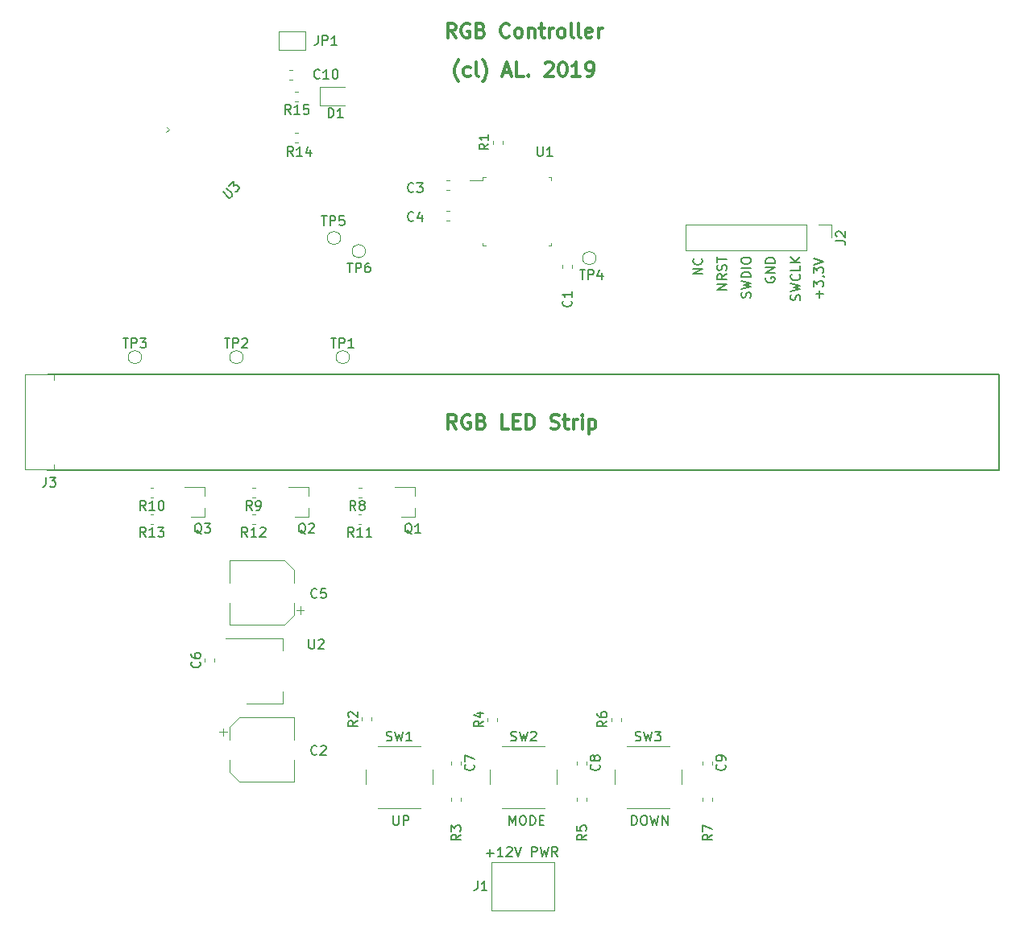
<source format=gbr>
G04 #@! TF.GenerationSoftware,KiCad,Pcbnew,(5.1.2-1)-1*
G04 #@! TF.CreationDate,2019-08-06T22:00:45+02:00*
G04 #@! TF.ProjectId,RGB-Controller#R,5247422d-436f-46e7-9472-6f6c6c657223,rev?*
G04 #@! TF.SameCoordinates,Original*
G04 #@! TF.FileFunction,Legend,Top*
G04 #@! TF.FilePolarity,Positive*
%FSLAX46Y46*%
G04 Gerber Fmt 4.6, Leading zero omitted, Abs format (unit mm)*
G04 Created by KiCad (PCBNEW (5.1.2-1)-1) date 2019-08-06 22:00:45*
%MOMM*%
%LPD*%
G04 APERTURE LIST*
%ADD10C,0.150000*%
%ADD11C,0.300000*%
%ADD12C,0.200000*%
%ADD13C,0.120000*%
%ADD14C,0.100000*%
G04 APERTURE END LIST*
D10*
X167076380Y-83970714D02*
X166076380Y-83970714D01*
X167076380Y-83399285D01*
X166076380Y-83399285D01*
X166981142Y-82351666D02*
X167028761Y-82399285D01*
X167076380Y-82542142D01*
X167076380Y-82637380D01*
X167028761Y-82780238D01*
X166933523Y-82875476D01*
X166838285Y-82923095D01*
X166647809Y-82970714D01*
X166504952Y-82970714D01*
X166314476Y-82923095D01*
X166219238Y-82875476D01*
X166124000Y-82780238D01*
X166076380Y-82637380D01*
X166076380Y-82542142D01*
X166124000Y-82399285D01*
X166171619Y-82351666D01*
D11*
X141157428Y-59098571D02*
X140657428Y-58384285D01*
X140300285Y-59098571D02*
X140300285Y-57598571D01*
X140871714Y-57598571D01*
X141014571Y-57670000D01*
X141086000Y-57741428D01*
X141157428Y-57884285D01*
X141157428Y-58098571D01*
X141086000Y-58241428D01*
X141014571Y-58312857D01*
X140871714Y-58384285D01*
X140300285Y-58384285D01*
X142586000Y-57670000D02*
X142443142Y-57598571D01*
X142228857Y-57598571D01*
X142014571Y-57670000D01*
X141871714Y-57812857D01*
X141800285Y-57955714D01*
X141728857Y-58241428D01*
X141728857Y-58455714D01*
X141800285Y-58741428D01*
X141871714Y-58884285D01*
X142014571Y-59027142D01*
X142228857Y-59098571D01*
X142371714Y-59098571D01*
X142586000Y-59027142D01*
X142657428Y-58955714D01*
X142657428Y-58455714D01*
X142371714Y-58455714D01*
X143800285Y-58312857D02*
X144014571Y-58384285D01*
X144086000Y-58455714D01*
X144157428Y-58598571D01*
X144157428Y-58812857D01*
X144086000Y-58955714D01*
X144014571Y-59027142D01*
X143871714Y-59098571D01*
X143300285Y-59098571D01*
X143300285Y-57598571D01*
X143800285Y-57598571D01*
X143943142Y-57670000D01*
X144014571Y-57741428D01*
X144086000Y-57884285D01*
X144086000Y-58027142D01*
X144014571Y-58170000D01*
X143943142Y-58241428D01*
X143800285Y-58312857D01*
X143300285Y-58312857D01*
X146800285Y-58955714D02*
X146728857Y-59027142D01*
X146514571Y-59098571D01*
X146371714Y-59098571D01*
X146157428Y-59027142D01*
X146014571Y-58884285D01*
X145943142Y-58741428D01*
X145871714Y-58455714D01*
X145871714Y-58241428D01*
X145943142Y-57955714D01*
X146014571Y-57812857D01*
X146157428Y-57670000D01*
X146371714Y-57598571D01*
X146514571Y-57598571D01*
X146728857Y-57670000D01*
X146800285Y-57741428D01*
X147657428Y-59098571D02*
X147514571Y-59027142D01*
X147443142Y-58955714D01*
X147371714Y-58812857D01*
X147371714Y-58384285D01*
X147443142Y-58241428D01*
X147514571Y-58170000D01*
X147657428Y-58098571D01*
X147871714Y-58098571D01*
X148014571Y-58170000D01*
X148086000Y-58241428D01*
X148157428Y-58384285D01*
X148157428Y-58812857D01*
X148086000Y-58955714D01*
X148014571Y-59027142D01*
X147871714Y-59098571D01*
X147657428Y-59098571D01*
X148800285Y-58098571D02*
X148800285Y-59098571D01*
X148800285Y-58241428D02*
X148871714Y-58170000D01*
X149014571Y-58098571D01*
X149228857Y-58098571D01*
X149371714Y-58170000D01*
X149443142Y-58312857D01*
X149443142Y-59098571D01*
X149943142Y-58098571D02*
X150514571Y-58098571D01*
X150157428Y-57598571D02*
X150157428Y-58884285D01*
X150228857Y-59027142D01*
X150371714Y-59098571D01*
X150514571Y-59098571D01*
X151014571Y-59098571D02*
X151014571Y-58098571D01*
X151014571Y-58384285D02*
X151086000Y-58241428D01*
X151157428Y-58170000D01*
X151300285Y-58098571D01*
X151443142Y-58098571D01*
X152157428Y-59098571D02*
X152014571Y-59027142D01*
X151943142Y-58955714D01*
X151871714Y-58812857D01*
X151871714Y-58384285D01*
X151943142Y-58241428D01*
X152014571Y-58170000D01*
X152157428Y-58098571D01*
X152371714Y-58098571D01*
X152514571Y-58170000D01*
X152586000Y-58241428D01*
X152657428Y-58384285D01*
X152657428Y-58812857D01*
X152586000Y-58955714D01*
X152514571Y-59027142D01*
X152371714Y-59098571D01*
X152157428Y-59098571D01*
X153514571Y-59098571D02*
X153371714Y-59027142D01*
X153300285Y-58884285D01*
X153300285Y-57598571D01*
X154300285Y-59098571D02*
X154157428Y-59027142D01*
X154086000Y-58884285D01*
X154086000Y-57598571D01*
X155443142Y-59027142D02*
X155300285Y-59098571D01*
X155014571Y-59098571D01*
X154871714Y-59027142D01*
X154800285Y-58884285D01*
X154800285Y-58312857D01*
X154871714Y-58170000D01*
X155014571Y-58098571D01*
X155300285Y-58098571D01*
X155443142Y-58170000D01*
X155514571Y-58312857D01*
X155514571Y-58455714D01*
X154800285Y-58598571D01*
X156157428Y-59098571D02*
X156157428Y-58098571D01*
X156157428Y-58384285D02*
X156228857Y-58241428D01*
X156300285Y-58170000D01*
X156443142Y-58098571D01*
X156586000Y-58098571D01*
D10*
X159663047Y-141930380D02*
X159663047Y-140930380D01*
X159901142Y-140930380D01*
X160044000Y-140978000D01*
X160139238Y-141073238D01*
X160186857Y-141168476D01*
X160234476Y-141358952D01*
X160234476Y-141501809D01*
X160186857Y-141692285D01*
X160139238Y-141787523D01*
X160044000Y-141882761D01*
X159901142Y-141930380D01*
X159663047Y-141930380D01*
X160853523Y-140930380D02*
X161044000Y-140930380D01*
X161139238Y-140978000D01*
X161234476Y-141073238D01*
X161282095Y-141263714D01*
X161282095Y-141597047D01*
X161234476Y-141787523D01*
X161139238Y-141882761D01*
X161044000Y-141930380D01*
X160853523Y-141930380D01*
X160758285Y-141882761D01*
X160663047Y-141787523D01*
X160615428Y-141597047D01*
X160615428Y-141263714D01*
X160663047Y-141073238D01*
X160758285Y-140978000D01*
X160853523Y-140930380D01*
X161615428Y-140930380D02*
X161853523Y-141930380D01*
X162044000Y-141216095D01*
X162234476Y-141930380D01*
X162472571Y-140930380D01*
X162853523Y-141930380D02*
X162853523Y-140930380D01*
X163424952Y-141930380D01*
X163424952Y-140930380D01*
X146780476Y-141930380D02*
X146780476Y-140930380D01*
X147113809Y-141644666D01*
X147447142Y-140930380D01*
X147447142Y-141930380D01*
X148113809Y-140930380D02*
X148304285Y-140930380D01*
X148399523Y-140978000D01*
X148494761Y-141073238D01*
X148542380Y-141263714D01*
X148542380Y-141597047D01*
X148494761Y-141787523D01*
X148399523Y-141882761D01*
X148304285Y-141930380D01*
X148113809Y-141930380D01*
X148018571Y-141882761D01*
X147923333Y-141787523D01*
X147875714Y-141597047D01*
X147875714Y-141263714D01*
X147923333Y-141073238D01*
X148018571Y-140978000D01*
X148113809Y-140930380D01*
X148970952Y-141930380D02*
X148970952Y-140930380D01*
X149209047Y-140930380D01*
X149351904Y-140978000D01*
X149447142Y-141073238D01*
X149494761Y-141168476D01*
X149542380Y-141358952D01*
X149542380Y-141501809D01*
X149494761Y-141692285D01*
X149447142Y-141787523D01*
X149351904Y-141882761D01*
X149209047Y-141930380D01*
X148970952Y-141930380D01*
X149970952Y-141406571D02*
X150304285Y-141406571D01*
X150447142Y-141930380D02*
X149970952Y-141930380D01*
X149970952Y-140930380D01*
X150447142Y-140930380D01*
X134596285Y-140930380D02*
X134596285Y-141739904D01*
X134643904Y-141835142D01*
X134691523Y-141882761D01*
X134786761Y-141930380D01*
X134977238Y-141930380D01*
X135072476Y-141882761D01*
X135120095Y-141835142D01*
X135167714Y-141739904D01*
X135167714Y-140930380D01*
X135643904Y-141930380D02*
X135643904Y-140930380D01*
X136024857Y-140930380D01*
X136120095Y-140978000D01*
X136167714Y-141025619D01*
X136215333Y-141120857D01*
X136215333Y-141263714D01*
X136167714Y-141358952D01*
X136120095Y-141406571D01*
X136024857Y-141454190D01*
X135643904Y-141454190D01*
X144367714Y-144851428D02*
X145129619Y-144851428D01*
X144748666Y-145232380D02*
X144748666Y-144470476D01*
X146129619Y-145232380D02*
X145558190Y-145232380D01*
X145843904Y-145232380D02*
X145843904Y-144232380D01*
X145748666Y-144375238D01*
X145653428Y-144470476D01*
X145558190Y-144518095D01*
X146510571Y-144327619D02*
X146558190Y-144280000D01*
X146653428Y-144232380D01*
X146891523Y-144232380D01*
X146986761Y-144280000D01*
X147034380Y-144327619D01*
X147082000Y-144422857D01*
X147082000Y-144518095D01*
X147034380Y-144660952D01*
X146462952Y-145232380D01*
X147082000Y-145232380D01*
X147367714Y-144232380D02*
X147701047Y-145232380D01*
X148034380Y-144232380D01*
X149129619Y-145232380D02*
X149129619Y-144232380D01*
X149510571Y-144232380D01*
X149605809Y-144280000D01*
X149653428Y-144327619D01*
X149701047Y-144422857D01*
X149701047Y-144565714D01*
X149653428Y-144660952D01*
X149605809Y-144708571D01*
X149510571Y-144756190D01*
X149129619Y-144756190D01*
X150034380Y-144232380D02*
X150272476Y-145232380D01*
X150462952Y-144518095D01*
X150653428Y-145232380D01*
X150891523Y-144232380D01*
X151843904Y-145232380D02*
X151510571Y-144756190D01*
X151272476Y-145232380D02*
X151272476Y-144232380D01*
X151653428Y-144232380D01*
X151748666Y-144280000D01*
X151796285Y-144327619D01*
X151843904Y-144422857D01*
X151843904Y-144565714D01*
X151796285Y-144660952D01*
X151748666Y-144708571D01*
X151653428Y-144756190D01*
X151272476Y-144756190D01*
D11*
X141224857Y-100246571D02*
X140724857Y-99532285D01*
X140367714Y-100246571D02*
X140367714Y-98746571D01*
X140939142Y-98746571D01*
X141082000Y-98818000D01*
X141153428Y-98889428D01*
X141224857Y-99032285D01*
X141224857Y-99246571D01*
X141153428Y-99389428D01*
X141082000Y-99460857D01*
X140939142Y-99532285D01*
X140367714Y-99532285D01*
X142653428Y-98818000D02*
X142510571Y-98746571D01*
X142296285Y-98746571D01*
X142082000Y-98818000D01*
X141939142Y-98960857D01*
X141867714Y-99103714D01*
X141796285Y-99389428D01*
X141796285Y-99603714D01*
X141867714Y-99889428D01*
X141939142Y-100032285D01*
X142082000Y-100175142D01*
X142296285Y-100246571D01*
X142439142Y-100246571D01*
X142653428Y-100175142D01*
X142724857Y-100103714D01*
X142724857Y-99603714D01*
X142439142Y-99603714D01*
X143867714Y-99460857D02*
X144082000Y-99532285D01*
X144153428Y-99603714D01*
X144224857Y-99746571D01*
X144224857Y-99960857D01*
X144153428Y-100103714D01*
X144082000Y-100175142D01*
X143939142Y-100246571D01*
X143367714Y-100246571D01*
X143367714Y-98746571D01*
X143867714Y-98746571D01*
X144010571Y-98818000D01*
X144082000Y-98889428D01*
X144153428Y-99032285D01*
X144153428Y-99175142D01*
X144082000Y-99318000D01*
X144010571Y-99389428D01*
X143867714Y-99460857D01*
X143367714Y-99460857D01*
X146724857Y-100246571D02*
X146010571Y-100246571D01*
X146010571Y-98746571D01*
X147224857Y-99460857D02*
X147724857Y-99460857D01*
X147939142Y-100246571D02*
X147224857Y-100246571D01*
X147224857Y-98746571D01*
X147939142Y-98746571D01*
X148582000Y-100246571D02*
X148582000Y-98746571D01*
X148939142Y-98746571D01*
X149153428Y-98818000D01*
X149296285Y-98960857D01*
X149367714Y-99103714D01*
X149439142Y-99389428D01*
X149439142Y-99603714D01*
X149367714Y-99889428D01*
X149296285Y-100032285D01*
X149153428Y-100175142D01*
X148939142Y-100246571D01*
X148582000Y-100246571D01*
X151153428Y-100175142D02*
X151367714Y-100246571D01*
X151724857Y-100246571D01*
X151867714Y-100175142D01*
X151939142Y-100103714D01*
X152010571Y-99960857D01*
X152010571Y-99818000D01*
X151939142Y-99675142D01*
X151867714Y-99603714D01*
X151724857Y-99532285D01*
X151439142Y-99460857D01*
X151296285Y-99389428D01*
X151224857Y-99318000D01*
X151153428Y-99175142D01*
X151153428Y-99032285D01*
X151224857Y-98889428D01*
X151296285Y-98818000D01*
X151439142Y-98746571D01*
X151796285Y-98746571D01*
X152010571Y-98818000D01*
X152439142Y-99246571D02*
X153010571Y-99246571D01*
X152653428Y-98746571D02*
X152653428Y-100032285D01*
X152724857Y-100175142D01*
X152867714Y-100246571D01*
X153010571Y-100246571D01*
X153510571Y-100246571D02*
X153510571Y-99246571D01*
X153510571Y-99532285D02*
X153582000Y-99389428D01*
X153653428Y-99318000D01*
X153796285Y-99246571D01*
X153939142Y-99246571D01*
X154439142Y-100246571D02*
X154439142Y-99246571D01*
X154439142Y-98746571D02*
X154367714Y-98818000D01*
X154439142Y-98889428D01*
X154510571Y-98818000D01*
X154439142Y-98746571D01*
X154439142Y-98889428D01*
X155153428Y-99246571D02*
X155153428Y-100746571D01*
X155153428Y-99318000D02*
X155296285Y-99246571D01*
X155582000Y-99246571D01*
X155724857Y-99318000D01*
X155796285Y-99389428D01*
X155867714Y-99532285D01*
X155867714Y-99960857D01*
X155796285Y-100103714D01*
X155724857Y-100175142D01*
X155582000Y-100246571D01*
X155296285Y-100246571D01*
X155153428Y-100175142D01*
D10*
X179395428Y-86455000D02*
X179395428Y-85693095D01*
X179776380Y-86074047D02*
X179014476Y-86074047D01*
X178776380Y-85312142D02*
X178776380Y-84693095D01*
X179157333Y-85026428D01*
X179157333Y-84883571D01*
X179204952Y-84788333D01*
X179252571Y-84740714D01*
X179347809Y-84693095D01*
X179585904Y-84693095D01*
X179681142Y-84740714D01*
X179728761Y-84788333D01*
X179776380Y-84883571D01*
X179776380Y-85169285D01*
X179728761Y-85264523D01*
X179681142Y-85312142D01*
X179728761Y-84216904D02*
X179776380Y-84216904D01*
X179871619Y-84264523D01*
X179919238Y-84312142D01*
X178776380Y-83883571D02*
X178776380Y-83264523D01*
X179157333Y-83597857D01*
X179157333Y-83455000D01*
X179204952Y-83359761D01*
X179252571Y-83312142D01*
X179347809Y-83264523D01*
X179585904Y-83264523D01*
X179681142Y-83312142D01*
X179728761Y-83359761D01*
X179776380Y-83455000D01*
X179776380Y-83740714D01*
X179728761Y-83835952D01*
X179681142Y-83883571D01*
X178776380Y-82978809D02*
X179776380Y-82645476D01*
X178776380Y-82312142D01*
X169616380Y-85589857D02*
X168616380Y-85589857D01*
X169616380Y-85018428D01*
X168616380Y-85018428D01*
X169616380Y-83970809D02*
X169140190Y-84304142D01*
X169616380Y-84542238D02*
X168616380Y-84542238D01*
X168616380Y-84161285D01*
X168664000Y-84066047D01*
X168711619Y-84018428D01*
X168806857Y-83970809D01*
X168949714Y-83970809D01*
X169044952Y-84018428D01*
X169092571Y-84066047D01*
X169140190Y-84161285D01*
X169140190Y-84542238D01*
X169568761Y-83589857D02*
X169616380Y-83447000D01*
X169616380Y-83208904D01*
X169568761Y-83113666D01*
X169521142Y-83066047D01*
X169425904Y-83018428D01*
X169330666Y-83018428D01*
X169235428Y-83066047D01*
X169187809Y-83113666D01*
X169140190Y-83208904D01*
X169092571Y-83399380D01*
X169044952Y-83494619D01*
X168997333Y-83542238D01*
X168902095Y-83589857D01*
X168806857Y-83589857D01*
X168711619Y-83542238D01*
X168664000Y-83494619D01*
X168616380Y-83399380D01*
X168616380Y-83161285D01*
X168664000Y-83018428D01*
X168616380Y-82732714D02*
X168616380Y-82161285D01*
X169616380Y-82447000D02*
X168616380Y-82447000D01*
X173744000Y-84327904D02*
X173696380Y-84423142D01*
X173696380Y-84566000D01*
X173744000Y-84708857D01*
X173839238Y-84804095D01*
X173934476Y-84851714D01*
X174124952Y-84899333D01*
X174267809Y-84899333D01*
X174458285Y-84851714D01*
X174553523Y-84804095D01*
X174648761Y-84708857D01*
X174696380Y-84566000D01*
X174696380Y-84470761D01*
X174648761Y-84327904D01*
X174601142Y-84280285D01*
X174267809Y-84280285D01*
X174267809Y-84470761D01*
X174696380Y-83851714D02*
X173696380Y-83851714D01*
X174696380Y-83280285D01*
X173696380Y-83280285D01*
X174696380Y-82804095D02*
X173696380Y-82804095D01*
X173696380Y-82566000D01*
X173744000Y-82423142D01*
X173839238Y-82327904D01*
X173934476Y-82280285D01*
X174124952Y-82232666D01*
X174267809Y-82232666D01*
X174458285Y-82280285D01*
X174553523Y-82327904D01*
X174648761Y-82423142D01*
X174696380Y-82566000D01*
X174696380Y-82804095D01*
X172108761Y-86447047D02*
X172156380Y-86304190D01*
X172156380Y-86066095D01*
X172108761Y-85970857D01*
X172061142Y-85923238D01*
X171965904Y-85875619D01*
X171870666Y-85875619D01*
X171775428Y-85923238D01*
X171727809Y-85970857D01*
X171680190Y-86066095D01*
X171632571Y-86256571D01*
X171584952Y-86351809D01*
X171537333Y-86399428D01*
X171442095Y-86447047D01*
X171346857Y-86447047D01*
X171251619Y-86399428D01*
X171204000Y-86351809D01*
X171156380Y-86256571D01*
X171156380Y-86018476D01*
X171204000Y-85875619D01*
X171156380Y-85542285D02*
X172156380Y-85304190D01*
X171442095Y-85113714D01*
X172156380Y-84923238D01*
X171156380Y-84685142D01*
X172156380Y-84304190D02*
X171156380Y-84304190D01*
X171156380Y-84066095D01*
X171204000Y-83923238D01*
X171299238Y-83828000D01*
X171394476Y-83780380D01*
X171584952Y-83732761D01*
X171727809Y-83732761D01*
X171918285Y-83780380D01*
X172013523Y-83828000D01*
X172108761Y-83923238D01*
X172156380Y-84066095D01*
X172156380Y-84304190D01*
X172156380Y-83304190D02*
X171156380Y-83304190D01*
X171156380Y-82637523D02*
X171156380Y-82447047D01*
X171204000Y-82351809D01*
X171299238Y-82256571D01*
X171489714Y-82208952D01*
X171823047Y-82208952D01*
X172013523Y-82256571D01*
X172108761Y-82351809D01*
X172156380Y-82447047D01*
X172156380Y-82637523D01*
X172108761Y-82732761D01*
X172013523Y-82828000D01*
X171823047Y-82875619D01*
X171489714Y-82875619D01*
X171299238Y-82828000D01*
X171204000Y-82732761D01*
X171156380Y-82637523D01*
X177315761Y-86716904D02*
X177363380Y-86574047D01*
X177363380Y-86335952D01*
X177315761Y-86240714D01*
X177268142Y-86193095D01*
X177172904Y-86145476D01*
X177077666Y-86145476D01*
X176982428Y-86193095D01*
X176934809Y-86240714D01*
X176887190Y-86335952D01*
X176839571Y-86526428D01*
X176791952Y-86621666D01*
X176744333Y-86669285D01*
X176649095Y-86716904D01*
X176553857Y-86716904D01*
X176458619Y-86669285D01*
X176411000Y-86621666D01*
X176363380Y-86526428D01*
X176363380Y-86288333D01*
X176411000Y-86145476D01*
X176363380Y-85812142D02*
X177363380Y-85574047D01*
X176649095Y-85383571D01*
X177363380Y-85193095D01*
X176363380Y-84955000D01*
X177268142Y-84002619D02*
X177315761Y-84050238D01*
X177363380Y-84193095D01*
X177363380Y-84288333D01*
X177315761Y-84431190D01*
X177220523Y-84526428D01*
X177125285Y-84574047D01*
X176934809Y-84621666D01*
X176791952Y-84621666D01*
X176601476Y-84574047D01*
X176506238Y-84526428D01*
X176411000Y-84431190D01*
X176363380Y-84288333D01*
X176363380Y-84193095D01*
X176411000Y-84050238D01*
X176458619Y-84002619D01*
X177363380Y-83097857D02*
X177363380Y-83574047D01*
X176363380Y-83574047D01*
X177363380Y-82764523D02*
X176363380Y-82764523D01*
X177363380Y-82193095D02*
X176791952Y-82621666D01*
X176363380Y-82193095D02*
X176934809Y-82764523D01*
D11*
X141478857Y-63734000D02*
X141407428Y-63662571D01*
X141264571Y-63448285D01*
X141193142Y-63305428D01*
X141121714Y-63091142D01*
X141050285Y-62734000D01*
X141050285Y-62448285D01*
X141121714Y-62091142D01*
X141193142Y-61876857D01*
X141264571Y-61734000D01*
X141407428Y-61519714D01*
X141478857Y-61448285D01*
X142693142Y-63091142D02*
X142550285Y-63162571D01*
X142264571Y-63162571D01*
X142121714Y-63091142D01*
X142050285Y-63019714D01*
X141978857Y-62876857D01*
X141978857Y-62448285D01*
X142050285Y-62305428D01*
X142121714Y-62234000D01*
X142264571Y-62162571D01*
X142550285Y-62162571D01*
X142693142Y-62234000D01*
X143550285Y-63162571D02*
X143407428Y-63091142D01*
X143336000Y-62948285D01*
X143336000Y-61662571D01*
X143978857Y-63734000D02*
X144050285Y-63662571D01*
X144193142Y-63448285D01*
X144264571Y-63305428D01*
X144336000Y-63091142D01*
X144407428Y-62734000D01*
X144407428Y-62448285D01*
X144336000Y-62091142D01*
X144264571Y-61876857D01*
X144193142Y-61734000D01*
X144050285Y-61519714D01*
X143978857Y-61448285D01*
X146193142Y-62734000D02*
X146907428Y-62734000D01*
X146050285Y-63162571D02*
X146550285Y-61662571D01*
X147050285Y-63162571D01*
X148264571Y-63162571D02*
X147550285Y-63162571D01*
X147550285Y-61662571D01*
X148764571Y-63019714D02*
X148836000Y-63091142D01*
X148764571Y-63162571D01*
X148693142Y-63091142D01*
X148764571Y-63019714D01*
X148764571Y-63162571D01*
X150550285Y-61805428D02*
X150621714Y-61734000D01*
X150764571Y-61662571D01*
X151121714Y-61662571D01*
X151264571Y-61734000D01*
X151336000Y-61805428D01*
X151407428Y-61948285D01*
X151407428Y-62091142D01*
X151336000Y-62305428D01*
X150478857Y-63162571D01*
X151407428Y-63162571D01*
X152336000Y-61662571D02*
X152478857Y-61662571D01*
X152621714Y-61734000D01*
X152693142Y-61805428D01*
X152764571Y-61948285D01*
X152836000Y-62234000D01*
X152836000Y-62591142D01*
X152764571Y-62876857D01*
X152693142Y-63019714D01*
X152621714Y-63091142D01*
X152478857Y-63162571D01*
X152336000Y-63162571D01*
X152193142Y-63091142D01*
X152121714Y-63019714D01*
X152050285Y-62876857D01*
X151978857Y-62591142D01*
X151978857Y-62234000D01*
X152050285Y-61948285D01*
X152121714Y-61805428D01*
X152193142Y-61734000D01*
X152336000Y-61662571D01*
X154264571Y-63162571D02*
X153407428Y-63162571D01*
X153836000Y-63162571D02*
X153836000Y-61662571D01*
X153693142Y-61876857D01*
X153550285Y-62019714D01*
X153407428Y-62091142D01*
X154978857Y-63162571D02*
X155264571Y-63162571D01*
X155407428Y-63091142D01*
X155478857Y-63019714D01*
X155621714Y-62805428D01*
X155693142Y-62519714D01*
X155693142Y-61948285D01*
X155621714Y-61805428D01*
X155550285Y-61734000D01*
X155407428Y-61662571D01*
X155121714Y-61662571D01*
X154978857Y-61734000D01*
X154907428Y-61805428D01*
X154836000Y-61948285D01*
X154836000Y-62305428D01*
X154907428Y-62448285D01*
X154978857Y-62519714D01*
X155121714Y-62591142D01*
X155407428Y-62591142D01*
X155550285Y-62519714D01*
X155621714Y-62448285D01*
X155693142Y-62305428D01*
D12*
X198260000Y-94550000D02*
X198260000Y-104550000D01*
X98260000Y-94550000D02*
X198260000Y-94550000D01*
X198260000Y-104550000D02*
X98260000Y-104550000D01*
D13*
X180654000Y-78807000D02*
X180654000Y-80137000D01*
X179324000Y-78807000D02*
X180654000Y-78807000D01*
X178054000Y-78807000D02*
X178054000Y-81467000D01*
X178054000Y-81467000D02*
X165294000Y-81467000D01*
X178054000Y-78807000D02*
X165294000Y-78807000D01*
X165294000Y-78807000D02*
X165294000Y-81467000D01*
X131662400Y-81559400D02*
G75*
G03X131662400Y-81559400I-700000J0D01*
G01*
X129071600Y-80175100D02*
G75*
G03X129071600Y-80175100I-700000J0D01*
G01*
X124597279Y-64768000D02*
X124271721Y-64768000D01*
X124597279Y-65788000D02*
X124271721Y-65788000D01*
X124271721Y-70106000D02*
X124597279Y-70106000D01*
X124271721Y-69086000D02*
X124597279Y-69086000D01*
X109382779Y-109218000D02*
X109057221Y-109218000D01*
X109382779Y-110238000D02*
X109057221Y-110238000D01*
X120076279Y-109218000D02*
X119750721Y-109218000D01*
X120076279Y-110238000D02*
X119750721Y-110238000D01*
X131226779Y-109218000D02*
X130901221Y-109218000D01*
X131226779Y-110238000D02*
X130901221Y-110238000D01*
X109382779Y-106424000D02*
X109057221Y-106424000D01*
X109382779Y-107444000D02*
X109057221Y-107444000D01*
X120076279Y-106424000D02*
X119750721Y-106424000D01*
X120076279Y-107444000D02*
X119750721Y-107444000D01*
X131252279Y-106424000D02*
X130926721Y-106424000D01*
X131252279Y-107444000D02*
X130926721Y-107444000D01*
X168150000Y-139354779D02*
X168150000Y-139029221D01*
X167130000Y-139354779D02*
X167130000Y-139029221D01*
X158523500Y-130972779D02*
X158523500Y-130647221D01*
X157503500Y-130972779D02*
X157503500Y-130647221D01*
X154942000Y-139354779D02*
X154942000Y-139029221D01*
X153922000Y-139354779D02*
X153922000Y-139029221D01*
X145544000Y-130972779D02*
X145544000Y-130647221D01*
X144524000Y-130972779D02*
X144524000Y-130647221D01*
X141734000Y-139354779D02*
X141734000Y-139029221D01*
X140714000Y-139354779D02*
X140714000Y-139029221D01*
X132336000Y-130947279D02*
X132336000Y-130621721D01*
X131316000Y-130947279D02*
X131316000Y-130621721D01*
X146100000Y-70266779D02*
X146100000Y-69941221D01*
X145080000Y-70266779D02*
X145080000Y-69941221D01*
X152398000Y-83027733D02*
X152398000Y-83370267D01*
X153418000Y-83027733D02*
X153418000Y-83370267D01*
X116727250Y-131743750D02*
X116727250Y-132531250D01*
X116333500Y-132137500D02*
X117121000Y-132137500D01*
X117361000Y-136330563D02*
X118425437Y-137395000D01*
X117361000Y-131639437D02*
X118425437Y-130575000D01*
X117361000Y-131639437D02*
X117361000Y-132925000D01*
X117361000Y-136330563D02*
X117361000Y-135045000D01*
X118425437Y-137395000D02*
X124181000Y-137395000D01*
X118425437Y-130575000D02*
X124181000Y-130575000D01*
X124181000Y-130575000D02*
X124181000Y-132925000D01*
X124181000Y-137395000D02*
X124181000Y-135045000D01*
X140492267Y-75110000D02*
X140149733Y-75110000D01*
X140492267Y-74090000D02*
X140149733Y-74090000D01*
X140492267Y-77290000D02*
X140149733Y-77290000D01*
X140492267Y-78310000D02*
X140149733Y-78310000D01*
X117361000Y-114065000D02*
X117361000Y-116415000D01*
X117361000Y-120885000D02*
X117361000Y-118535000D01*
X123116563Y-120885000D02*
X117361000Y-120885000D01*
X123116563Y-114065000D02*
X117361000Y-114065000D01*
X124181000Y-115129437D02*
X124181000Y-116415000D01*
X124181000Y-119820563D02*
X124181000Y-118535000D01*
X124181000Y-119820563D02*
X123116563Y-120885000D01*
X124181000Y-115129437D02*
X123116563Y-114065000D01*
X125208500Y-119322500D02*
X124421000Y-119322500D01*
X124814750Y-119716250D02*
X124814750Y-118928750D01*
X114806000Y-124758267D02*
X114806000Y-124415733D01*
X115826000Y-124758267D02*
X115826000Y-124415733D01*
X140714000Y-135210733D02*
X140714000Y-135553267D01*
X141734000Y-135210733D02*
X141734000Y-135553267D01*
X154942000Y-135210733D02*
X154942000Y-135553267D01*
X153922000Y-135210733D02*
X153922000Y-135553267D01*
X167130000Y-135210733D02*
X167130000Y-135553267D01*
X168150000Y-135210733D02*
X168150000Y-135553267D01*
X123982267Y-63502000D02*
X123639733Y-63502000D01*
X123982267Y-62482000D02*
X123639733Y-62482000D01*
X126839000Y-66238000D02*
X129524000Y-66238000D01*
X126839000Y-64318000D02*
X126839000Y-66238000D01*
X129524000Y-64318000D02*
X126839000Y-64318000D01*
X151511000Y-145796000D02*
X151511000Y-148336000D01*
X144907000Y-145796000D02*
X151511000Y-145796000D01*
X144907000Y-150876000D02*
X144907000Y-145796000D01*
X151511000Y-150876000D02*
X144907000Y-150876000D01*
X151511000Y-148336000D02*
X151511000Y-150876000D01*
X98979000Y-104544600D02*
X98979000Y-103994600D01*
X98979000Y-94544600D02*
X98979000Y-95094600D01*
X95889000Y-104544600D02*
X102239000Y-104544600D01*
X95889000Y-94544600D02*
X95889000Y-104544600D01*
X102239000Y-94544600D02*
X95889000Y-94544600D01*
X122552000Y-58436000D02*
X125352000Y-58436000D01*
X125352000Y-58436000D02*
X125352000Y-60436000D01*
X125352000Y-60436000D02*
X122552000Y-60436000D01*
X122552000Y-60436000D02*
X122552000Y-58436000D01*
X136888000Y-109530000D02*
X135428000Y-109530000D01*
X136888000Y-106370000D02*
X134728000Y-106370000D01*
X136888000Y-106370000D02*
X136888000Y-107300000D01*
X136888000Y-109530000D02*
X136888000Y-108600000D01*
X125712000Y-109530000D02*
X125712000Y-108600000D01*
X125712000Y-106370000D02*
X125712000Y-107300000D01*
X125712000Y-106370000D02*
X123552000Y-106370000D01*
X125712000Y-109530000D02*
X124252000Y-109530000D01*
X114790000Y-109530000D02*
X113330000Y-109530000D01*
X114790000Y-106370000D02*
X112630000Y-106370000D01*
X114790000Y-106370000D02*
X114790000Y-107300000D01*
X114790000Y-109530000D02*
X114790000Y-108600000D01*
X138707000Y-137620000D02*
X138707000Y-136120000D01*
X137457000Y-133620000D02*
X132957000Y-133620000D01*
X131707000Y-136120000D02*
X131707000Y-137620000D01*
X132957000Y-140120000D02*
X137457000Y-140120000D01*
X146034000Y-140120000D02*
X150534000Y-140120000D01*
X144784000Y-136120000D02*
X144784000Y-137620000D01*
X150534000Y-133620000D02*
X146034000Y-133620000D01*
X151784000Y-137620000D02*
X151784000Y-136120000D01*
X164865000Y-137620000D02*
X164865000Y-136120000D01*
X163615000Y-133620000D02*
X159115000Y-133620000D01*
X157865000Y-136120000D02*
X157865000Y-137620000D01*
X159115000Y-140120000D02*
X163615000Y-140120000D01*
X129986000Y-92710000D02*
G75*
G03X129986000Y-92710000I-700000J0D01*
G01*
X118810000Y-92710000D02*
G75*
G03X118810000Y-92710000I-700000J0D01*
G01*
X108142000Y-92710000D02*
G75*
G03X108142000Y-92710000I-700000J0D01*
G01*
X155894000Y-82296000D02*
G75*
G03X155894000Y-82296000I-700000J0D01*
G01*
X143980000Y-74090000D02*
X142665000Y-74090000D01*
X143980000Y-73790000D02*
X143980000Y-74090000D01*
X144280000Y-73790000D02*
X143980000Y-73790000D01*
X151200000Y-73790000D02*
X151200000Y-74090000D01*
X150900000Y-73790000D02*
X151200000Y-73790000D01*
X143980000Y-81010000D02*
X143980000Y-80710000D01*
X144280000Y-81010000D02*
X143980000Y-81010000D01*
X151200000Y-81010000D02*
X151200000Y-80710000D01*
X150900000Y-81010000D02*
X151200000Y-81010000D01*
X116956000Y-122320000D02*
X122966000Y-122320000D01*
X119206000Y-129140000D02*
X122966000Y-129140000D01*
X122966000Y-122320000D02*
X122966000Y-123580000D01*
X122966000Y-129140000D02*
X122966000Y-127880000D01*
D14*
X111003577Y-68749796D02*
X110791445Y-68537664D01*
X110720735Y-69032639D02*
X111003577Y-68749796D01*
D10*
X181106380Y-80470333D02*
X181820666Y-80470333D01*
X181963523Y-80517952D01*
X182058761Y-80613190D01*
X182106380Y-80756047D01*
X182106380Y-80851285D01*
X181201619Y-80041761D02*
X181154000Y-79994142D01*
X181106380Y-79898904D01*
X181106380Y-79660809D01*
X181154000Y-79565571D01*
X181201619Y-79517952D01*
X181296857Y-79470333D01*
X181392095Y-79470333D01*
X181534952Y-79517952D01*
X182106380Y-80089380D01*
X182106380Y-79470333D01*
X129751295Y-82789780D02*
X130322723Y-82789780D01*
X130037009Y-83789780D02*
X130037009Y-82789780D01*
X130656057Y-83789780D02*
X130656057Y-82789780D01*
X131037009Y-82789780D01*
X131132247Y-82837400D01*
X131179866Y-82885019D01*
X131227485Y-82980257D01*
X131227485Y-83123114D01*
X131179866Y-83218352D01*
X131132247Y-83265971D01*
X131037009Y-83313590D01*
X130656057Y-83313590D01*
X132084628Y-82789780D02*
X131894152Y-82789780D01*
X131798914Y-82837400D01*
X131751295Y-82885019D01*
X131656057Y-83027876D01*
X131608438Y-83218352D01*
X131608438Y-83599304D01*
X131656057Y-83694542D01*
X131703676Y-83742161D01*
X131798914Y-83789780D01*
X131989390Y-83789780D01*
X132084628Y-83742161D01*
X132132247Y-83694542D01*
X132179866Y-83599304D01*
X132179866Y-83361209D01*
X132132247Y-83265971D01*
X132084628Y-83218352D01*
X131989390Y-83170733D01*
X131798914Y-83170733D01*
X131703676Y-83218352D01*
X131656057Y-83265971D01*
X131608438Y-83361209D01*
X127046195Y-77849480D02*
X127617623Y-77849480D01*
X127331909Y-78849480D02*
X127331909Y-77849480D01*
X127950957Y-78849480D02*
X127950957Y-77849480D01*
X128331909Y-77849480D01*
X128427147Y-77897100D01*
X128474766Y-77944719D01*
X128522385Y-78039957D01*
X128522385Y-78182814D01*
X128474766Y-78278052D01*
X128427147Y-78325671D01*
X128331909Y-78373290D01*
X127950957Y-78373290D01*
X129427147Y-77849480D02*
X128950957Y-77849480D01*
X128903338Y-78325671D01*
X128950957Y-78278052D01*
X129046195Y-78230433D01*
X129284290Y-78230433D01*
X129379528Y-78278052D01*
X129427147Y-78325671D01*
X129474766Y-78420909D01*
X129474766Y-78659004D01*
X129427147Y-78754242D01*
X129379528Y-78801861D01*
X129284290Y-78849480D01*
X129046195Y-78849480D01*
X128950957Y-78801861D01*
X128903338Y-78754242D01*
X123817142Y-67160380D02*
X123483809Y-66684190D01*
X123245714Y-67160380D02*
X123245714Y-66160380D01*
X123626666Y-66160380D01*
X123721904Y-66208000D01*
X123769523Y-66255619D01*
X123817142Y-66350857D01*
X123817142Y-66493714D01*
X123769523Y-66588952D01*
X123721904Y-66636571D01*
X123626666Y-66684190D01*
X123245714Y-66684190D01*
X124769523Y-67160380D02*
X124198095Y-67160380D01*
X124483809Y-67160380D02*
X124483809Y-66160380D01*
X124388571Y-66303238D01*
X124293333Y-66398476D01*
X124198095Y-66446095D01*
X125674285Y-66160380D02*
X125198095Y-66160380D01*
X125150476Y-66636571D01*
X125198095Y-66588952D01*
X125293333Y-66541333D01*
X125531428Y-66541333D01*
X125626666Y-66588952D01*
X125674285Y-66636571D01*
X125721904Y-66731809D01*
X125721904Y-66969904D01*
X125674285Y-67065142D01*
X125626666Y-67112761D01*
X125531428Y-67160380D01*
X125293333Y-67160380D01*
X125198095Y-67112761D01*
X125150476Y-67065142D01*
X124071142Y-71572380D02*
X123737809Y-71096190D01*
X123499714Y-71572380D02*
X123499714Y-70572380D01*
X123880666Y-70572380D01*
X123975904Y-70620000D01*
X124023523Y-70667619D01*
X124071142Y-70762857D01*
X124071142Y-70905714D01*
X124023523Y-71000952D01*
X123975904Y-71048571D01*
X123880666Y-71096190D01*
X123499714Y-71096190D01*
X125023523Y-71572380D02*
X124452095Y-71572380D01*
X124737809Y-71572380D02*
X124737809Y-70572380D01*
X124642571Y-70715238D01*
X124547333Y-70810476D01*
X124452095Y-70858095D01*
X125880666Y-70905714D02*
X125880666Y-71572380D01*
X125642571Y-70524761D02*
X125404476Y-71239047D01*
X126023523Y-71239047D01*
X108577142Y-111610380D02*
X108243809Y-111134190D01*
X108005714Y-111610380D02*
X108005714Y-110610380D01*
X108386666Y-110610380D01*
X108481904Y-110658000D01*
X108529523Y-110705619D01*
X108577142Y-110800857D01*
X108577142Y-110943714D01*
X108529523Y-111038952D01*
X108481904Y-111086571D01*
X108386666Y-111134190D01*
X108005714Y-111134190D01*
X109529523Y-111610380D02*
X108958095Y-111610380D01*
X109243809Y-111610380D02*
X109243809Y-110610380D01*
X109148571Y-110753238D01*
X109053333Y-110848476D01*
X108958095Y-110896095D01*
X109862857Y-110610380D02*
X110481904Y-110610380D01*
X110148571Y-110991333D01*
X110291428Y-110991333D01*
X110386666Y-111038952D01*
X110434285Y-111086571D01*
X110481904Y-111181809D01*
X110481904Y-111419904D01*
X110434285Y-111515142D01*
X110386666Y-111562761D01*
X110291428Y-111610380D01*
X110005714Y-111610380D01*
X109910476Y-111562761D01*
X109862857Y-111515142D01*
X119270642Y-111610380D02*
X118937309Y-111134190D01*
X118699214Y-111610380D02*
X118699214Y-110610380D01*
X119080166Y-110610380D01*
X119175404Y-110658000D01*
X119223023Y-110705619D01*
X119270642Y-110800857D01*
X119270642Y-110943714D01*
X119223023Y-111038952D01*
X119175404Y-111086571D01*
X119080166Y-111134190D01*
X118699214Y-111134190D01*
X120223023Y-111610380D02*
X119651595Y-111610380D01*
X119937309Y-111610380D02*
X119937309Y-110610380D01*
X119842071Y-110753238D01*
X119746833Y-110848476D01*
X119651595Y-110896095D01*
X120603976Y-110705619D02*
X120651595Y-110658000D01*
X120746833Y-110610380D01*
X120984928Y-110610380D01*
X121080166Y-110658000D01*
X121127785Y-110705619D01*
X121175404Y-110800857D01*
X121175404Y-110896095D01*
X121127785Y-111038952D01*
X120556357Y-111610380D01*
X121175404Y-111610380D01*
X130421142Y-111610380D02*
X130087809Y-111134190D01*
X129849714Y-111610380D02*
X129849714Y-110610380D01*
X130230666Y-110610380D01*
X130325904Y-110658000D01*
X130373523Y-110705619D01*
X130421142Y-110800857D01*
X130421142Y-110943714D01*
X130373523Y-111038952D01*
X130325904Y-111086571D01*
X130230666Y-111134190D01*
X129849714Y-111134190D01*
X131373523Y-111610380D02*
X130802095Y-111610380D01*
X131087809Y-111610380D02*
X131087809Y-110610380D01*
X130992571Y-110753238D01*
X130897333Y-110848476D01*
X130802095Y-110896095D01*
X132325904Y-111610380D02*
X131754476Y-111610380D01*
X132040190Y-111610380D02*
X132040190Y-110610380D01*
X131944952Y-110753238D01*
X131849714Y-110848476D01*
X131754476Y-110896095D01*
X108577142Y-108816380D02*
X108243809Y-108340190D01*
X108005714Y-108816380D02*
X108005714Y-107816380D01*
X108386666Y-107816380D01*
X108481904Y-107864000D01*
X108529523Y-107911619D01*
X108577142Y-108006857D01*
X108577142Y-108149714D01*
X108529523Y-108244952D01*
X108481904Y-108292571D01*
X108386666Y-108340190D01*
X108005714Y-108340190D01*
X109529523Y-108816380D02*
X108958095Y-108816380D01*
X109243809Y-108816380D02*
X109243809Y-107816380D01*
X109148571Y-107959238D01*
X109053333Y-108054476D01*
X108958095Y-108102095D01*
X110148571Y-107816380D02*
X110243809Y-107816380D01*
X110339047Y-107864000D01*
X110386666Y-107911619D01*
X110434285Y-108006857D01*
X110481904Y-108197333D01*
X110481904Y-108435428D01*
X110434285Y-108625904D01*
X110386666Y-108721142D01*
X110339047Y-108768761D01*
X110243809Y-108816380D01*
X110148571Y-108816380D01*
X110053333Y-108768761D01*
X110005714Y-108721142D01*
X109958095Y-108625904D01*
X109910476Y-108435428D01*
X109910476Y-108197333D01*
X109958095Y-108006857D01*
X110005714Y-107911619D01*
X110053333Y-107864000D01*
X110148571Y-107816380D01*
X119746833Y-108816380D02*
X119413500Y-108340190D01*
X119175404Y-108816380D02*
X119175404Y-107816380D01*
X119556357Y-107816380D01*
X119651595Y-107864000D01*
X119699214Y-107911619D01*
X119746833Y-108006857D01*
X119746833Y-108149714D01*
X119699214Y-108244952D01*
X119651595Y-108292571D01*
X119556357Y-108340190D01*
X119175404Y-108340190D01*
X120223023Y-108816380D02*
X120413500Y-108816380D01*
X120508738Y-108768761D01*
X120556357Y-108721142D01*
X120651595Y-108578285D01*
X120699214Y-108387809D01*
X120699214Y-108006857D01*
X120651595Y-107911619D01*
X120603976Y-107864000D01*
X120508738Y-107816380D01*
X120318261Y-107816380D01*
X120223023Y-107864000D01*
X120175404Y-107911619D01*
X120127785Y-108006857D01*
X120127785Y-108244952D01*
X120175404Y-108340190D01*
X120223023Y-108387809D01*
X120318261Y-108435428D01*
X120508738Y-108435428D01*
X120603976Y-108387809D01*
X120651595Y-108340190D01*
X120699214Y-108244952D01*
X130643333Y-108816380D02*
X130310000Y-108340190D01*
X130071904Y-108816380D02*
X130071904Y-107816380D01*
X130452857Y-107816380D01*
X130548095Y-107864000D01*
X130595714Y-107911619D01*
X130643333Y-108006857D01*
X130643333Y-108149714D01*
X130595714Y-108244952D01*
X130548095Y-108292571D01*
X130452857Y-108340190D01*
X130071904Y-108340190D01*
X131214761Y-108244952D02*
X131119523Y-108197333D01*
X131071904Y-108149714D01*
X131024285Y-108054476D01*
X131024285Y-108006857D01*
X131071904Y-107911619D01*
X131119523Y-107864000D01*
X131214761Y-107816380D01*
X131405238Y-107816380D01*
X131500476Y-107864000D01*
X131548095Y-107911619D01*
X131595714Y-108006857D01*
X131595714Y-108054476D01*
X131548095Y-108149714D01*
X131500476Y-108197333D01*
X131405238Y-108244952D01*
X131214761Y-108244952D01*
X131119523Y-108292571D01*
X131071904Y-108340190D01*
X131024285Y-108435428D01*
X131024285Y-108625904D01*
X131071904Y-108721142D01*
X131119523Y-108768761D01*
X131214761Y-108816380D01*
X131405238Y-108816380D01*
X131500476Y-108768761D01*
X131548095Y-108721142D01*
X131595714Y-108625904D01*
X131595714Y-108435428D01*
X131548095Y-108340190D01*
X131500476Y-108292571D01*
X131405238Y-108244952D01*
X168092380Y-142914666D02*
X167616190Y-143248000D01*
X168092380Y-143486095D02*
X167092380Y-143486095D01*
X167092380Y-143105142D01*
X167140000Y-143009904D01*
X167187619Y-142962285D01*
X167282857Y-142914666D01*
X167425714Y-142914666D01*
X167520952Y-142962285D01*
X167568571Y-143009904D01*
X167616190Y-143105142D01*
X167616190Y-143486095D01*
X167092380Y-142581333D02*
X167092380Y-141914666D01*
X168092380Y-142343238D01*
X157035880Y-130976666D02*
X156559690Y-131310000D01*
X157035880Y-131548095D02*
X156035880Y-131548095D01*
X156035880Y-131167142D01*
X156083500Y-131071904D01*
X156131119Y-131024285D01*
X156226357Y-130976666D01*
X156369214Y-130976666D01*
X156464452Y-131024285D01*
X156512071Y-131071904D01*
X156559690Y-131167142D01*
X156559690Y-131548095D01*
X156035880Y-130119523D02*
X156035880Y-130310000D01*
X156083500Y-130405238D01*
X156131119Y-130452857D01*
X156273976Y-130548095D01*
X156464452Y-130595714D01*
X156845404Y-130595714D01*
X156940642Y-130548095D01*
X156988261Y-130500476D01*
X157035880Y-130405238D01*
X157035880Y-130214761D01*
X156988261Y-130119523D01*
X156940642Y-130071904D01*
X156845404Y-130024285D01*
X156607309Y-130024285D01*
X156512071Y-130071904D01*
X156464452Y-130119523D01*
X156416833Y-130214761D01*
X156416833Y-130405238D01*
X156464452Y-130500476D01*
X156512071Y-130548095D01*
X156607309Y-130595714D01*
X154884380Y-142914666D02*
X154408190Y-143248000D01*
X154884380Y-143486095D02*
X153884380Y-143486095D01*
X153884380Y-143105142D01*
X153932000Y-143009904D01*
X153979619Y-142962285D01*
X154074857Y-142914666D01*
X154217714Y-142914666D01*
X154312952Y-142962285D01*
X154360571Y-143009904D01*
X154408190Y-143105142D01*
X154408190Y-143486095D01*
X153884380Y-142009904D02*
X153884380Y-142486095D01*
X154360571Y-142533714D01*
X154312952Y-142486095D01*
X154265333Y-142390857D01*
X154265333Y-142152761D01*
X154312952Y-142057523D01*
X154360571Y-142009904D01*
X154455809Y-141962285D01*
X154693904Y-141962285D01*
X154789142Y-142009904D01*
X154836761Y-142057523D01*
X154884380Y-142152761D01*
X154884380Y-142390857D01*
X154836761Y-142486095D01*
X154789142Y-142533714D01*
X144056380Y-130976666D02*
X143580190Y-131310000D01*
X144056380Y-131548095D02*
X143056380Y-131548095D01*
X143056380Y-131167142D01*
X143104000Y-131071904D01*
X143151619Y-131024285D01*
X143246857Y-130976666D01*
X143389714Y-130976666D01*
X143484952Y-131024285D01*
X143532571Y-131071904D01*
X143580190Y-131167142D01*
X143580190Y-131548095D01*
X143389714Y-130119523D02*
X144056380Y-130119523D01*
X143008761Y-130357619D02*
X143723047Y-130595714D01*
X143723047Y-129976666D01*
X141676380Y-142914666D02*
X141200190Y-143248000D01*
X141676380Y-143486095D02*
X140676380Y-143486095D01*
X140676380Y-143105142D01*
X140724000Y-143009904D01*
X140771619Y-142962285D01*
X140866857Y-142914666D01*
X141009714Y-142914666D01*
X141104952Y-142962285D01*
X141152571Y-143009904D01*
X141200190Y-143105142D01*
X141200190Y-143486095D01*
X140676380Y-142581333D02*
X140676380Y-141962285D01*
X141057333Y-142295619D01*
X141057333Y-142152761D01*
X141104952Y-142057523D01*
X141152571Y-142009904D01*
X141247809Y-141962285D01*
X141485904Y-141962285D01*
X141581142Y-142009904D01*
X141628761Y-142057523D01*
X141676380Y-142152761D01*
X141676380Y-142438476D01*
X141628761Y-142533714D01*
X141581142Y-142581333D01*
X130848380Y-130951166D02*
X130372190Y-131284500D01*
X130848380Y-131522595D02*
X129848380Y-131522595D01*
X129848380Y-131141642D01*
X129896000Y-131046404D01*
X129943619Y-130998785D01*
X130038857Y-130951166D01*
X130181714Y-130951166D01*
X130276952Y-130998785D01*
X130324571Y-131046404D01*
X130372190Y-131141642D01*
X130372190Y-131522595D01*
X129943619Y-130570214D02*
X129896000Y-130522595D01*
X129848380Y-130427357D01*
X129848380Y-130189261D01*
X129896000Y-130094023D01*
X129943619Y-130046404D01*
X130038857Y-129998785D01*
X130134095Y-129998785D01*
X130276952Y-130046404D01*
X130848380Y-130617833D01*
X130848380Y-129998785D01*
X144612380Y-70270666D02*
X144136190Y-70604000D01*
X144612380Y-70842095D02*
X143612380Y-70842095D01*
X143612380Y-70461142D01*
X143660000Y-70365904D01*
X143707619Y-70318285D01*
X143802857Y-70270666D01*
X143945714Y-70270666D01*
X144040952Y-70318285D01*
X144088571Y-70365904D01*
X144136190Y-70461142D01*
X144136190Y-70842095D01*
X144612380Y-69318285D02*
X144612380Y-69889714D01*
X144612380Y-69604000D02*
X143612380Y-69604000D01*
X143755238Y-69699238D01*
X143850476Y-69794476D01*
X143898095Y-69889714D01*
X153265142Y-86780666D02*
X153312761Y-86828285D01*
X153360380Y-86971142D01*
X153360380Y-87066380D01*
X153312761Y-87209238D01*
X153217523Y-87304476D01*
X153122285Y-87352095D01*
X152931809Y-87399714D01*
X152788952Y-87399714D01*
X152598476Y-87352095D01*
X152503238Y-87304476D01*
X152408000Y-87209238D01*
X152360380Y-87066380D01*
X152360380Y-86971142D01*
X152408000Y-86828285D01*
X152455619Y-86780666D01*
X153360380Y-85828285D02*
X153360380Y-86399714D01*
X153360380Y-86114000D02*
X152360380Y-86114000D01*
X152503238Y-86209238D01*
X152598476Y-86304476D01*
X152646095Y-86399714D01*
X126579333Y-134469142D02*
X126531714Y-134516761D01*
X126388857Y-134564380D01*
X126293619Y-134564380D01*
X126150761Y-134516761D01*
X126055523Y-134421523D01*
X126007904Y-134326285D01*
X125960285Y-134135809D01*
X125960285Y-133992952D01*
X126007904Y-133802476D01*
X126055523Y-133707238D01*
X126150761Y-133612000D01*
X126293619Y-133564380D01*
X126388857Y-133564380D01*
X126531714Y-133612000D01*
X126579333Y-133659619D01*
X126960285Y-133659619D02*
X127007904Y-133612000D01*
X127103142Y-133564380D01*
X127341238Y-133564380D01*
X127436476Y-133612000D01*
X127484095Y-133659619D01*
X127531714Y-133754857D01*
X127531714Y-133850095D01*
X127484095Y-133992952D01*
X126912666Y-134564380D01*
X127531714Y-134564380D01*
X136739333Y-75287142D02*
X136691714Y-75334761D01*
X136548857Y-75382380D01*
X136453619Y-75382380D01*
X136310761Y-75334761D01*
X136215523Y-75239523D01*
X136167904Y-75144285D01*
X136120285Y-74953809D01*
X136120285Y-74810952D01*
X136167904Y-74620476D01*
X136215523Y-74525238D01*
X136310761Y-74430000D01*
X136453619Y-74382380D01*
X136548857Y-74382380D01*
X136691714Y-74430000D01*
X136739333Y-74477619D01*
X137072666Y-74382380D02*
X137691714Y-74382380D01*
X137358380Y-74763333D01*
X137501238Y-74763333D01*
X137596476Y-74810952D01*
X137644095Y-74858571D01*
X137691714Y-74953809D01*
X137691714Y-75191904D01*
X137644095Y-75287142D01*
X137596476Y-75334761D01*
X137501238Y-75382380D01*
X137215523Y-75382380D01*
X137120285Y-75334761D01*
X137072666Y-75287142D01*
X136739333Y-78335142D02*
X136691714Y-78382761D01*
X136548857Y-78430380D01*
X136453619Y-78430380D01*
X136310761Y-78382761D01*
X136215523Y-78287523D01*
X136167904Y-78192285D01*
X136120285Y-78001809D01*
X136120285Y-77858952D01*
X136167904Y-77668476D01*
X136215523Y-77573238D01*
X136310761Y-77478000D01*
X136453619Y-77430380D01*
X136548857Y-77430380D01*
X136691714Y-77478000D01*
X136739333Y-77525619D01*
X137596476Y-77763714D02*
X137596476Y-78430380D01*
X137358380Y-77382761D02*
X137120285Y-78097047D01*
X137739333Y-78097047D01*
X126579333Y-117959142D02*
X126531714Y-118006761D01*
X126388857Y-118054380D01*
X126293619Y-118054380D01*
X126150761Y-118006761D01*
X126055523Y-117911523D01*
X126007904Y-117816285D01*
X125960285Y-117625809D01*
X125960285Y-117482952D01*
X126007904Y-117292476D01*
X126055523Y-117197238D01*
X126150761Y-117102000D01*
X126293619Y-117054380D01*
X126388857Y-117054380D01*
X126531714Y-117102000D01*
X126579333Y-117149619D01*
X127484095Y-117054380D02*
X127007904Y-117054380D01*
X126960285Y-117530571D01*
X127007904Y-117482952D01*
X127103142Y-117435333D01*
X127341238Y-117435333D01*
X127436476Y-117482952D01*
X127484095Y-117530571D01*
X127531714Y-117625809D01*
X127531714Y-117863904D01*
X127484095Y-117959142D01*
X127436476Y-118006761D01*
X127341238Y-118054380D01*
X127103142Y-118054380D01*
X127007904Y-118006761D01*
X126960285Y-117959142D01*
X114243142Y-124753666D02*
X114290761Y-124801285D01*
X114338380Y-124944142D01*
X114338380Y-125039380D01*
X114290761Y-125182238D01*
X114195523Y-125277476D01*
X114100285Y-125325095D01*
X113909809Y-125372714D01*
X113766952Y-125372714D01*
X113576476Y-125325095D01*
X113481238Y-125277476D01*
X113386000Y-125182238D01*
X113338380Y-125039380D01*
X113338380Y-124944142D01*
X113386000Y-124801285D01*
X113433619Y-124753666D01*
X113338380Y-123896523D02*
X113338380Y-124087000D01*
X113386000Y-124182238D01*
X113433619Y-124229857D01*
X113576476Y-124325095D01*
X113766952Y-124372714D01*
X114147904Y-124372714D01*
X114243142Y-124325095D01*
X114290761Y-124277476D01*
X114338380Y-124182238D01*
X114338380Y-123991761D01*
X114290761Y-123896523D01*
X114243142Y-123848904D01*
X114147904Y-123801285D01*
X113909809Y-123801285D01*
X113814571Y-123848904D01*
X113766952Y-123896523D01*
X113719333Y-123991761D01*
X113719333Y-124182238D01*
X113766952Y-124277476D01*
X113814571Y-124325095D01*
X113909809Y-124372714D01*
X143011142Y-135548666D02*
X143058761Y-135596285D01*
X143106380Y-135739142D01*
X143106380Y-135834380D01*
X143058761Y-135977238D01*
X142963523Y-136072476D01*
X142868285Y-136120095D01*
X142677809Y-136167714D01*
X142534952Y-136167714D01*
X142344476Y-136120095D01*
X142249238Y-136072476D01*
X142154000Y-135977238D01*
X142106380Y-135834380D01*
X142106380Y-135739142D01*
X142154000Y-135596285D01*
X142201619Y-135548666D01*
X142106380Y-135215333D02*
X142106380Y-134548666D01*
X143106380Y-134977238D01*
X156219142Y-135548666D02*
X156266761Y-135596285D01*
X156314380Y-135739142D01*
X156314380Y-135834380D01*
X156266761Y-135977238D01*
X156171523Y-136072476D01*
X156076285Y-136120095D01*
X155885809Y-136167714D01*
X155742952Y-136167714D01*
X155552476Y-136120095D01*
X155457238Y-136072476D01*
X155362000Y-135977238D01*
X155314380Y-135834380D01*
X155314380Y-135739142D01*
X155362000Y-135596285D01*
X155409619Y-135548666D01*
X155742952Y-134977238D02*
X155695333Y-135072476D01*
X155647714Y-135120095D01*
X155552476Y-135167714D01*
X155504857Y-135167714D01*
X155409619Y-135120095D01*
X155362000Y-135072476D01*
X155314380Y-134977238D01*
X155314380Y-134786761D01*
X155362000Y-134691523D01*
X155409619Y-134643904D01*
X155504857Y-134596285D01*
X155552476Y-134596285D01*
X155647714Y-134643904D01*
X155695333Y-134691523D01*
X155742952Y-134786761D01*
X155742952Y-134977238D01*
X155790571Y-135072476D01*
X155838190Y-135120095D01*
X155933428Y-135167714D01*
X156123904Y-135167714D01*
X156219142Y-135120095D01*
X156266761Y-135072476D01*
X156314380Y-134977238D01*
X156314380Y-134786761D01*
X156266761Y-134691523D01*
X156219142Y-134643904D01*
X156123904Y-134596285D01*
X155933428Y-134596285D01*
X155838190Y-134643904D01*
X155790571Y-134691523D01*
X155742952Y-134786761D01*
X169427142Y-135548666D02*
X169474761Y-135596285D01*
X169522380Y-135739142D01*
X169522380Y-135834380D01*
X169474761Y-135977238D01*
X169379523Y-136072476D01*
X169284285Y-136120095D01*
X169093809Y-136167714D01*
X168950952Y-136167714D01*
X168760476Y-136120095D01*
X168665238Y-136072476D01*
X168570000Y-135977238D01*
X168522380Y-135834380D01*
X168522380Y-135739142D01*
X168570000Y-135596285D01*
X168617619Y-135548666D01*
X169522380Y-135072476D02*
X169522380Y-134882000D01*
X169474761Y-134786761D01*
X169427142Y-134739142D01*
X169284285Y-134643904D01*
X169093809Y-134596285D01*
X168712857Y-134596285D01*
X168617619Y-134643904D01*
X168570000Y-134691523D01*
X168522380Y-134786761D01*
X168522380Y-134977238D01*
X168570000Y-135072476D01*
X168617619Y-135120095D01*
X168712857Y-135167714D01*
X168950952Y-135167714D01*
X169046190Y-135120095D01*
X169093809Y-135072476D01*
X169141428Y-134977238D01*
X169141428Y-134786761D01*
X169093809Y-134691523D01*
X169046190Y-134643904D01*
X168950952Y-134596285D01*
X126865142Y-63349142D02*
X126817523Y-63396761D01*
X126674666Y-63444380D01*
X126579428Y-63444380D01*
X126436571Y-63396761D01*
X126341333Y-63301523D01*
X126293714Y-63206285D01*
X126246095Y-63015809D01*
X126246095Y-62872952D01*
X126293714Y-62682476D01*
X126341333Y-62587238D01*
X126436571Y-62492000D01*
X126579428Y-62444380D01*
X126674666Y-62444380D01*
X126817523Y-62492000D01*
X126865142Y-62539619D01*
X127817523Y-63444380D02*
X127246095Y-63444380D01*
X127531809Y-63444380D02*
X127531809Y-62444380D01*
X127436571Y-62587238D01*
X127341333Y-62682476D01*
X127246095Y-62730095D01*
X128436571Y-62444380D02*
X128531809Y-62444380D01*
X128627047Y-62492000D01*
X128674666Y-62539619D01*
X128722285Y-62634857D01*
X128769904Y-62825333D01*
X128769904Y-63063428D01*
X128722285Y-63253904D01*
X128674666Y-63349142D01*
X128627047Y-63396761D01*
X128531809Y-63444380D01*
X128436571Y-63444380D01*
X128341333Y-63396761D01*
X128293714Y-63349142D01*
X128246095Y-63253904D01*
X128198476Y-63063428D01*
X128198476Y-62825333D01*
X128246095Y-62634857D01*
X128293714Y-62539619D01*
X128341333Y-62492000D01*
X128436571Y-62444380D01*
X127785904Y-67508380D02*
X127785904Y-66508380D01*
X128024000Y-66508380D01*
X128166857Y-66556000D01*
X128262095Y-66651238D01*
X128309714Y-66746476D01*
X128357333Y-66936952D01*
X128357333Y-67079809D01*
X128309714Y-67270285D01*
X128262095Y-67365523D01*
X128166857Y-67460761D01*
X128024000Y-67508380D01*
X127785904Y-67508380D01*
X129309714Y-67508380D02*
X128738285Y-67508380D01*
X129024000Y-67508380D02*
X129024000Y-66508380D01*
X128928761Y-66651238D01*
X128833523Y-66746476D01*
X128738285Y-66794095D01*
X143430666Y-147788380D02*
X143430666Y-148502666D01*
X143383047Y-148645523D01*
X143287809Y-148740761D01*
X143144952Y-148788380D01*
X143049714Y-148788380D01*
X144430666Y-148788380D02*
X143859238Y-148788380D01*
X144144952Y-148788380D02*
X144144952Y-147788380D01*
X144049714Y-147931238D01*
X143954476Y-148026476D01*
X143859238Y-148074095D01*
X98095666Y-105346980D02*
X98095666Y-106061266D01*
X98048047Y-106204123D01*
X97952809Y-106299361D01*
X97809952Y-106346980D01*
X97714714Y-106346980D01*
X98476619Y-105346980D02*
X99095666Y-105346980D01*
X98762333Y-105727933D01*
X98905190Y-105727933D01*
X99000428Y-105775552D01*
X99048047Y-105823171D01*
X99095666Y-105918409D01*
X99095666Y-106156504D01*
X99048047Y-106251742D01*
X99000428Y-106299361D01*
X98905190Y-106346980D01*
X98619476Y-106346980D01*
X98524238Y-106299361D01*
X98476619Y-106251742D01*
X126674666Y-58888380D02*
X126674666Y-59602666D01*
X126627047Y-59745523D01*
X126531809Y-59840761D01*
X126388952Y-59888380D01*
X126293714Y-59888380D01*
X127150857Y-59888380D02*
X127150857Y-58888380D01*
X127531809Y-58888380D01*
X127627047Y-58936000D01*
X127674666Y-58983619D01*
X127722285Y-59078857D01*
X127722285Y-59221714D01*
X127674666Y-59316952D01*
X127627047Y-59364571D01*
X127531809Y-59412190D01*
X127150857Y-59412190D01*
X128674666Y-59888380D02*
X128103238Y-59888380D01*
X128388952Y-59888380D02*
X128388952Y-58888380D01*
X128293714Y-59031238D01*
X128198476Y-59126476D01*
X128103238Y-59174095D01*
X136556761Y-111291619D02*
X136461523Y-111244000D01*
X136366285Y-111148761D01*
X136223428Y-111005904D01*
X136128190Y-110958285D01*
X136032952Y-110958285D01*
X136080571Y-111196380D02*
X135985333Y-111148761D01*
X135890095Y-111053523D01*
X135842476Y-110863047D01*
X135842476Y-110529714D01*
X135890095Y-110339238D01*
X135985333Y-110244000D01*
X136080571Y-110196380D01*
X136271047Y-110196380D01*
X136366285Y-110244000D01*
X136461523Y-110339238D01*
X136509142Y-110529714D01*
X136509142Y-110863047D01*
X136461523Y-111053523D01*
X136366285Y-111148761D01*
X136271047Y-111196380D01*
X136080571Y-111196380D01*
X137461523Y-111196380D02*
X136890095Y-111196380D01*
X137175809Y-111196380D02*
X137175809Y-110196380D01*
X137080571Y-110339238D01*
X136985333Y-110434476D01*
X136890095Y-110482095D01*
X125380761Y-111291619D02*
X125285523Y-111244000D01*
X125190285Y-111148761D01*
X125047428Y-111005904D01*
X124952190Y-110958285D01*
X124856952Y-110958285D01*
X124904571Y-111196380D02*
X124809333Y-111148761D01*
X124714095Y-111053523D01*
X124666476Y-110863047D01*
X124666476Y-110529714D01*
X124714095Y-110339238D01*
X124809333Y-110244000D01*
X124904571Y-110196380D01*
X125095047Y-110196380D01*
X125190285Y-110244000D01*
X125285523Y-110339238D01*
X125333142Y-110529714D01*
X125333142Y-110863047D01*
X125285523Y-111053523D01*
X125190285Y-111148761D01*
X125095047Y-111196380D01*
X124904571Y-111196380D01*
X125714095Y-110291619D02*
X125761714Y-110244000D01*
X125856952Y-110196380D01*
X126095047Y-110196380D01*
X126190285Y-110244000D01*
X126237904Y-110291619D01*
X126285523Y-110386857D01*
X126285523Y-110482095D01*
X126237904Y-110624952D01*
X125666476Y-111196380D01*
X126285523Y-111196380D01*
X114458761Y-111291619D02*
X114363523Y-111244000D01*
X114268285Y-111148761D01*
X114125428Y-111005904D01*
X114030190Y-110958285D01*
X113934952Y-110958285D01*
X113982571Y-111196380D02*
X113887333Y-111148761D01*
X113792095Y-111053523D01*
X113744476Y-110863047D01*
X113744476Y-110529714D01*
X113792095Y-110339238D01*
X113887333Y-110244000D01*
X113982571Y-110196380D01*
X114173047Y-110196380D01*
X114268285Y-110244000D01*
X114363523Y-110339238D01*
X114411142Y-110529714D01*
X114411142Y-110863047D01*
X114363523Y-111053523D01*
X114268285Y-111148761D01*
X114173047Y-111196380D01*
X113982571Y-111196380D01*
X114744476Y-110196380D02*
X115363523Y-110196380D01*
X115030190Y-110577333D01*
X115173047Y-110577333D01*
X115268285Y-110624952D01*
X115315904Y-110672571D01*
X115363523Y-110767809D01*
X115363523Y-111005904D01*
X115315904Y-111101142D01*
X115268285Y-111148761D01*
X115173047Y-111196380D01*
X114887333Y-111196380D01*
X114792095Y-111148761D01*
X114744476Y-111101142D01*
X133873666Y-133024761D02*
X134016523Y-133072380D01*
X134254619Y-133072380D01*
X134349857Y-133024761D01*
X134397476Y-132977142D01*
X134445095Y-132881904D01*
X134445095Y-132786666D01*
X134397476Y-132691428D01*
X134349857Y-132643809D01*
X134254619Y-132596190D01*
X134064142Y-132548571D01*
X133968904Y-132500952D01*
X133921285Y-132453333D01*
X133873666Y-132358095D01*
X133873666Y-132262857D01*
X133921285Y-132167619D01*
X133968904Y-132120000D01*
X134064142Y-132072380D01*
X134302238Y-132072380D01*
X134445095Y-132120000D01*
X134778428Y-132072380D02*
X135016523Y-133072380D01*
X135207000Y-132358095D01*
X135397476Y-133072380D01*
X135635571Y-132072380D01*
X136540333Y-133072380D02*
X135968904Y-133072380D01*
X136254619Y-133072380D02*
X136254619Y-132072380D01*
X136159380Y-132215238D01*
X136064142Y-132310476D01*
X135968904Y-132358095D01*
X146950666Y-133024761D02*
X147093523Y-133072380D01*
X147331619Y-133072380D01*
X147426857Y-133024761D01*
X147474476Y-132977142D01*
X147522095Y-132881904D01*
X147522095Y-132786666D01*
X147474476Y-132691428D01*
X147426857Y-132643809D01*
X147331619Y-132596190D01*
X147141142Y-132548571D01*
X147045904Y-132500952D01*
X146998285Y-132453333D01*
X146950666Y-132358095D01*
X146950666Y-132262857D01*
X146998285Y-132167619D01*
X147045904Y-132120000D01*
X147141142Y-132072380D01*
X147379238Y-132072380D01*
X147522095Y-132120000D01*
X147855428Y-132072380D02*
X148093523Y-133072380D01*
X148284000Y-132358095D01*
X148474476Y-133072380D01*
X148712571Y-132072380D01*
X149045904Y-132167619D02*
X149093523Y-132120000D01*
X149188761Y-132072380D01*
X149426857Y-132072380D01*
X149522095Y-132120000D01*
X149569714Y-132167619D01*
X149617333Y-132262857D01*
X149617333Y-132358095D01*
X149569714Y-132500952D01*
X148998285Y-133072380D01*
X149617333Y-133072380D01*
X160031666Y-133024761D02*
X160174523Y-133072380D01*
X160412619Y-133072380D01*
X160507857Y-133024761D01*
X160555476Y-132977142D01*
X160603095Y-132881904D01*
X160603095Y-132786666D01*
X160555476Y-132691428D01*
X160507857Y-132643809D01*
X160412619Y-132596190D01*
X160222142Y-132548571D01*
X160126904Y-132500952D01*
X160079285Y-132453333D01*
X160031666Y-132358095D01*
X160031666Y-132262857D01*
X160079285Y-132167619D01*
X160126904Y-132120000D01*
X160222142Y-132072380D01*
X160460238Y-132072380D01*
X160603095Y-132120000D01*
X160936428Y-132072380D02*
X161174523Y-133072380D01*
X161365000Y-132358095D01*
X161555476Y-133072380D01*
X161793571Y-132072380D01*
X162079285Y-132072380D02*
X162698333Y-132072380D01*
X162365000Y-132453333D01*
X162507857Y-132453333D01*
X162603095Y-132500952D01*
X162650714Y-132548571D01*
X162698333Y-132643809D01*
X162698333Y-132881904D01*
X162650714Y-132977142D01*
X162603095Y-133024761D01*
X162507857Y-133072380D01*
X162222142Y-133072380D01*
X162126904Y-133024761D01*
X162079285Y-132977142D01*
X128024095Y-90714380D02*
X128595523Y-90714380D01*
X128309809Y-91714380D02*
X128309809Y-90714380D01*
X128928857Y-91714380D02*
X128928857Y-90714380D01*
X129309809Y-90714380D01*
X129405047Y-90762000D01*
X129452666Y-90809619D01*
X129500285Y-90904857D01*
X129500285Y-91047714D01*
X129452666Y-91142952D01*
X129405047Y-91190571D01*
X129309809Y-91238190D01*
X128928857Y-91238190D01*
X130452666Y-91714380D02*
X129881238Y-91714380D01*
X130166952Y-91714380D02*
X130166952Y-90714380D01*
X130071714Y-90857238D01*
X129976476Y-90952476D01*
X129881238Y-91000095D01*
X116848095Y-90714380D02*
X117419523Y-90714380D01*
X117133809Y-91714380D02*
X117133809Y-90714380D01*
X117752857Y-91714380D02*
X117752857Y-90714380D01*
X118133809Y-90714380D01*
X118229047Y-90762000D01*
X118276666Y-90809619D01*
X118324285Y-90904857D01*
X118324285Y-91047714D01*
X118276666Y-91142952D01*
X118229047Y-91190571D01*
X118133809Y-91238190D01*
X117752857Y-91238190D01*
X118705238Y-90809619D02*
X118752857Y-90762000D01*
X118848095Y-90714380D01*
X119086190Y-90714380D01*
X119181428Y-90762000D01*
X119229047Y-90809619D01*
X119276666Y-90904857D01*
X119276666Y-91000095D01*
X119229047Y-91142952D01*
X118657619Y-91714380D01*
X119276666Y-91714380D01*
X106180095Y-90714380D02*
X106751523Y-90714380D01*
X106465809Y-91714380D02*
X106465809Y-90714380D01*
X107084857Y-91714380D02*
X107084857Y-90714380D01*
X107465809Y-90714380D01*
X107561047Y-90762000D01*
X107608666Y-90809619D01*
X107656285Y-90904857D01*
X107656285Y-91047714D01*
X107608666Y-91142952D01*
X107561047Y-91190571D01*
X107465809Y-91238190D01*
X107084857Y-91238190D01*
X107989619Y-90714380D02*
X108608666Y-90714380D01*
X108275333Y-91095333D01*
X108418190Y-91095333D01*
X108513428Y-91142952D01*
X108561047Y-91190571D01*
X108608666Y-91285809D01*
X108608666Y-91523904D01*
X108561047Y-91619142D01*
X108513428Y-91666761D01*
X108418190Y-91714380D01*
X108132476Y-91714380D01*
X108037238Y-91666761D01*
X107989619Y-91619142D01*
X154186095Y-83526380D02*
X154757523Y-83526380D01*
X154471809Y-84526380D02*
X154471809Y-83526380D01*
X155090857Y-84526380D02*
X155090857Y-83526380D01*
X155471809Y-83526380D01*
X155567047Y-83574000D01*
X155614666Y-83621619D01*
X155662285Y-83716857D01*
X155662285Y-83859714D01*
X155614666Y-83954952D01*
X155567047Y-84002571D01*
X155471809Y-84050190D01*
X155090857Y-84050190D01*
X156519428Y-83859714D02*
X156519428Y-84526380D01*
X156281333Y-83478761D02*
X156043238Y-84193047D01*
X156662285Y-84193047D01*
X149733095Y-70572380D02*
X149733095Y-71381904D01*
X149780714Y-71477142D01*
X149828333Y-71524761D01*
X149923571Y-71572380D01*
X150114047Y-71572380D01*
X150209285Y-71524761D01*
X150256904Y-71477142D01*
X150304523Y-71381904D01*
X150304523Y-70572380D01*
X151304523Y-71572380D02*
X150733095Y-71572380D01*
X151018809Y-71572380D02*
X151018809Y-70572380D01*
X150923571Y-70715238D01*
X150828333Y-70810476D01*
X150733095Y-70858095D01*
X125730095Y-122388380D02*
X125730095Y-123197904D01*
X125777714Y-123293142D01*
X125825333Y-123340761D01*
X125920571Y-123388380D01*
X126111047Y-123388380D01*
X126206285Y-123340761D01*
X126253904Y-123293142D01*
X126301523Y-123197904D01*
X126301523Y-122388380D01*
X126730095Y-122483619D02*
X126777714Y-122436000D01*
X126872952Y-122388380D01*
X127111047Y-122388380D01*
X127206285Y-122436000D01*
X127253904Y-122483619D01*
X127301523Y-122578857D01*
X127301523Y-122674095D01*
X127253904Y-122816952D01*
X126682476Y-123388380D01*
X127301523Y-123388380D01*
X116676026Y-75335522D02*
X117248446Y-75907942D01*
X117349461Y-75941614D01*
X117416805Y-75941614D01*
X117517820Y-75907942D01*
X117652507Y-75773255D01*
X117686179Y-75672240D01*
X117686179Y-75604896D01*
X117652507Y-75503881D01*
X117080087Y-74931461D01*
X117349461Y-74662087D02*
X117787194Y-74224355D01*
X117820866Y-74729431D01*
X117921881Y-74628416D01*
X118022896Y-74594744D01*
X118090240Y-74594744D01*
X118191255Y-74628416D01*
X118359614Y-74796774D01*
X118393286Y-74897790D01*
X118393286Y-74965133D01*
X118359614Y-75066148D01*
X118157583Y-75268179D01*
X118056568Y-75301851D01*
X117989225Y-75301851D01*
M02*

</source>
